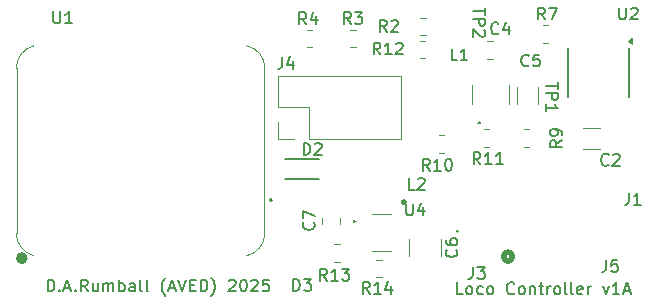
<source format=gbr>
%TF.GenerationSoftware,KiCad,Pcbnew,9.0.5*%
%TF.CreationDate,2025-10-19T11:10:53+01:00*%
%TF.ProjectId,loco-decoder-v1a,6c6f636f-2d64-4656-936f-6465722d7631,rev?*%
%TF.SameCoordinates,Original*%
%TF.FileFunction,Legend,Top*%
%TF.FilePolarity,Positive*%
%FSLAX46Y46*%
G04 Gerber Fmt 4.6, Leading zero omitted, Abs format (unit mm)*
G04 Created by KiCad (PCBNEW 9.0.5) date 2025-10-19 11:10:53*
%MOMM*%
%LPD*%
G01*
G04 APERTURE LIST*
%ADD10C,0.150000*%
%ADD11C,0.250000*%
%ADD12C,0.120000*%
%ADD13C,0.100000*%
%ADD14C,0.504000*%
%ADD15C,0.300000*%
%ADD16C,0.508000*%
%ADD17C,0.152400*%
%ADD18C,0.127000*%
G04 APERTURE END LIST*
D10*
X73971779Y-83129819D02*
X73971779Y-82129819D01*
X73971779Y-82129819D02*
X74209874Y-82129819D01*
X74209874Y-82129819D02*
X74352731Y-82177438D01*
X74352731Y-82177438D02*
X74447969Y-82272676D01*
X74447969Y-82272676D02*
X74495588Y-82367914D01*
X74495588Y-82367914D02*
X74543207Y-82558390D01*
X74543207Y-82558390D02*
X74543207Y-82701247D01*
X74543207Y-82701247D02*
X74495588Y-82891723D01*
X74495588Y-82891723D02*
X74447969Y-82986961D01*
X74447969Y-82986961D02*
X74352731Y-83082200D01*
X74352731Y-83082200D02*
X74209874Y-83129819D01*
X74209874Y-83129819D02*
X73971779Y-83129819D01*
X74971779Y-83034580D02*
X75019398Y-83082200D01*
X75019398Y-83082200D02*
X74971779Y-83129819D01*
X74971779Y-83129819D02*
X74924160Y-83082200D01*
X74924160Y-83082200D02*
X74971779Y-83034580D01*
X74971779Y-83034580D02*
X74971779Y-83129819D01*
X75400350Y-82844104D02*
X75876540Y-82844104D01*
X75305112Y-83129819D02*
X75638445Y-82129819D01*
X75638445Y-82129819D02*
X75971778Y-83129819D01*
X76305112Y-83034580D02*
X76352731Y-83082200D01*
X76352731Y-83082200D02*
X76305112Y-83129819D01*
X76305112Y-83129819D02*
X76257493Y-83082200D01*
X76257493Y-83082200D02*
X76305112Y-83034580D01*
X76305112Y-83034580D02*
X76305112Y-83129819D01*
X77352730Y-83129819D02*
X77019397Y-82653628D01*
X76781302Y-83129819D02*
X76781302Y-82129819D01*
X76781302Y-82129819D02*
X77162254Y-82129819D01*
X77162254Y-82129819D02*
X77257492Y-82177438D01*
X77257492Y-82177438D02*
X77305111Y-82225057D01*
X77305111Y-82225057D02*
X77352730Y-82320295D01*
X77352730Y-82320295D02*
X77352730Y-82463152D01*
X77352730Y-82463152D02*
X77305111Y-82558390D01*
X77305111Y-82558390D02*
X77257492Y-82606009D01*
X77257492Y-82606009D02*
X77162254Y-82653628D01*
X77162254Y-82653628D02*
X76781302Y-82653628D01*
X78209873Y-82463152D02*
X78209873Y-83129819D01*
X77781302Y-82463152D02*
X77781302Y-82986961D01*
X77781302Y-82986961D02*
X77828921Y-83082200D01*
X77828921Y-83082200D02*
X77924159Y-83129819D01*
X77924159Y-83129819D02*
X78067016Y-83129819D01*
X78067016Y-83129819D02*
X78162254Y-83082200D01*
X78162254Y-83082200D02*
X78209873Y-83034580D01*
X78686064Y-83129819D02*
X78686064Y-82463152D01*
X78686064Y-82558390D02*
X78733683Y-82510771D01*
X78733683Y-82510771D02*
X78828921Y-82463152D01*
X78828921Y-82463152D02*
X78971778Y-82463152D01*
X78971778Y-82463152D02*
X79067016Y-82510771D01*
X79067016Y-82510771D02*
X79114635Y-82606009D01*
X79114635Y-82606009D02*
X79114635Y-83129819D01*
X79114635Y-82606009D02*
X79162254Y-82510771D01*
X79162254Y-82510771D02*
X79257492Y-82463152D01*
X79257492Y-82463152D02*
X79400349Y-82463152D01*
X79400349Y-82463152D02*
X79495588Y-82510771D01*
X79495588Y-82510771D02*
X79543207Y-82606009D01*
X79543207Y-82606009D02*
X79543207Y-83129819D01*
X80019397Y-83129819D02*
X80019397Y-82129819D01*
X80019397Y-82510771D02*
X80114635Y-82463152D01*
X80114635Y-82463152D02*
X80305111Y-82463152D01*
X80305111Y-82463152D02*
X80400349Y-82510771D01*
X80400349Y-82510771D02*
X80447968Y-82558390D01*
X80447968Y-82558390D02*
X80495587Y-82653628D01*
X80495587Y-82653628D02*
X80495587Y-82939342D01*
X80495587Y-82939342D02*
X80447968Y-83034580D01*
X80447968Y-83034580D02*
X80400349Y-83082200D01*
X80400349Y-83082200D02*
X80305111Y-83129819D01*
X80305111Y-83129819D02*
X80114635Y-83129819D01*
X80114635Y-83129819D02*
X80019397Y-83082200D01*
X81352730Y-83129819D02*
X81352730Y-82606009D01*
X81352730Y-82606009D02*
X81305111Y-82510771D01*
X81305111Y-82510771D02*
X81209873Y-82463152D01*
X81209873Y-82463152D02*
X81019397Y-82463152D01*
X81019397Y-82463152D02*
X80924159Y-82510771D01*
X81352730Y-83082200D02*
X81257492Y-83129819D01*
X81257492Y-83129819D02*
X81019397Y-83129819D01*
X81019397Y-83129819D02*
X80924159Y-83082200D01*
X80924159Y-83082200D02*
X80876540Y-82986961D01*
X80876540Y-82986961D02*
X80876540Y-82891723D01*
X80876540Y-82891723D02*
X80924159Y-82796485D01*
X80924159Y-82796485D02*
X81019397Y-82748866D01*
X81019397Y-82748866D02*
X81257492Y-82748866D01*
X81257492Y-82748866D02*
X81352730Y-82701247D01*
X81971778Y-83129819D02*
X81876540Y-83082200D01*
X81876540Y-83082200D02*
X81828921Y-82986961D01*
X81828921Y-82986961D02*
X81828921Y-82129819D01*
X82495588Y-83129819D02*
X82400350Y-83082200D01*
X82400350Y-83082200D02*
X82352731Y-82986961D01*
X82352731Y-82986961D02*
X82352731Y-82129819D01*
X83924160Y-83510771D02*
X83876541Y-83463152D01*
X83876541Y-83463152D02*
X83781303Y-83320295D01*
X83781303Y-83320295D02*
X83733684Y-83225057D01*
X83733684Y-83225057D02*
X83686065Y-83082200D01*
X83686065Y-83082200D02*
X83638446Y-82844104D01*
X83638446Y-82844104D02*
X83638446Y-82653628D01*
X83638446Y-82653628D02*
X83686065Y-82415533D01*
X83686065Y-82415533D02*
X83733684Y-82272676D01*
X83733684Y-82272676D02*
X83781303Y-82177438D01*
X83781303Y-82177438D02*
X83876541Y-82034580D01*
X83876541Y-82034580D02*
X83924160Y-81986961D01*
X84257494Y-82844104D02*
X84733684Y-82844104D01*
X84162256Y-83129819D02*
X84495589Y-82129819D01*
X84495589Y-82129819D02*
X84828922Y-83129819D01*
X85019399Y-82129819D02*
X85352732Y-83129819D01*
X85352732Y-83129819D02*
X85686065Y-82129819D01*
X86019399Y-82606009D02*
X86352732Y-82606009D01*
X86495589Y-83129819D02*
X86019399Y-83129819D01*
X86019399Y-83129819D02*
X86019399Y-82129819D01*
X86019399Y-82129819D02*
X86495589Y-82129819D01*
X86924161Y-83129819D02*
X86924161Y-82129819D01*
X86924161Y-82129819D02*
X87162256Y-82129819D01*
X87162256Y-82129819D02*
X87305113Y-82177438D01*
X87305113Y-82177438D02*
X87400351Y-82272676D01*
X87400351Y-82272676D02*
X87447970Y-82367914D01*
X87447970Y-82367914D02*
X87495589Y-82558390D01*
X87495589Y-82558390D02*
X87495589Y-82701247D01*
X87495589Y-82701247D02*
X87447970Y-82891723D01*
X87447970Y-82891723D02*
X87400351Y-82986961D01*
X87400351Y-82986961D02*
X87305113Y-83082200D01*
X87305113Y-83082200D02*
X87162256Y-83129819D01*
X87162256Y-83129819D02*
X86924161Y-83129819D01*
X87828923Y-83510771D02*
X87876542Y-83463152D01*
X87876542Y-83463152D02*
X87971780Y-83320295D01*
X87971780Y-83320295D02*
X88019399Y-83225057D01*
X88019399Y-83225057D02*
X88067018Y-83082200D01*
X88067018Y-83082200D02*
X88114637Y-82844104D01*
X88114637Y-82844104D02*
X88114637Y-82653628D01*
X88114637Y-82653628D02*
X88067018Y-82415533D01*
X88067018Y-82415533D02*
X88019399Y-82272676D01*
X88019399Y-82272676D02*
X87971780Y-82177438D01*
X87971780Y-82177438D02*
X87876542Y-82034580D01*
X87876542Y-82034580D02*
X87828923Y-81986961D01*
X89305114Y-82225057D02*
X89352733Y-82177438D01*
X89352733Y-82177438D02*
X89447971Y-82129819D01*
X89447971Y-82129819D02*
X89686066Y-82129819D01*
X89686066Y-82129819D02*
X89781304Y-82177438D01*
X89781304Y-82177438D02*
X89828923Y-82225057D01*
X89828923Y-82225057D02*
X89876542Y-82320295D01*
X89876542Y-82320295D02*
X89876542Y-82415533D01*
X89876542Y-82415533D02*
X89828923Y-82558390D01*
X89828923Y-82558390D02*
X89257495Y-83129819D01*
X89257495Y-83129819D02*
X89876542Y-83129819D01*
X90495590Y-82129819D02*
X90590828Y-82129819D01*
X90590828Y-82129819D02*
X90686066Y-82177438D01*
X90686066Y-82177438D02*
X90733685Y-82225057D01*
X90733685Y-82225057D02*
X90781304Y-82320295D01*
X90781304Y-82320295D02*
X90828923Y-82510771D01*
X90828923Y-82510771D02*
X90828923Y-82748866D01*
X90828923Y-82748866D02*
X90781304Y-82939342D01*
X90781304Y-82939342D02*
X90733685Y-83034580D01*
X90733685Y-83034580D02*
X90686066Y-83082200D01*
X90686066Y-83082200D02*
X90590828Y-83129819D01*
X90590828Y-83129819D02*
X90495590Y-83129819D01*
X90495590Y-83129819D02*
X90400352Y-83082200D01*
X90400352Y-83082200D02*
X90352733Y-83034580D01*
X90352733Y-83034580D02*
X90305114Y-82939342D01*
X90305114Y-82939342D02*
X90257495Y-82748866D01*
X90257495Y-82748866D02*
X90257495Y-82510771D01*
X90257495Y-82510771D02*
X90305114Y-82320295D01*
X90305114Y-82320295D02*
X90352733Y-82225057D01*
X90352733Y-82225057D02*
X90400352Y-82177438D01*
X90400352Y-82177438D02*
X90495590Y-82129819D01*
X91209876Y-82225057D02*
X91257495Y-82177438D01*
X91257495Y-82177438D02*
X91352733Y-82129819D01*
X91352733Y-82129819D02*
X91590828Y-82129819D01*
X91590828Y-82129819D02*
X91686066Y-82177438D01*
X91686066Y-82177438D02*
X91733685Y-82225057D01*
X91733685Y-82225057D02*
X91781304Y-82320295D01*
X91781304Y-82320295D02*
X91781304Y-82415533D01*
X91781304Y-82415533D02*
X91733685Y-82558390D01*
X91733685Y-82558390D02*
X91162257Y-83129819D01*
X91162257Y-83129819D02*
X91781304Y-83129819D01*
X92686066Y-82129819D02*
X92209876Y-82129819D01*
X92209876Y-82129819D02*
X92162257Y-82606009D01*
X92162257Y-82606009D02*
X92209876Y-82558390D01*
X92209876Y-82558390D02*
X92305114Y-82510771D01*
X92305114Y-82510771D02*
X92543209Y-82510771D01*
X92543209Y-82510771D02*
X92638447Y-82558390D01*
X92638447Y-82558390D02*
X92686066Y-82606009D01*
X92686066Y-82606009D02*
X92733685Y-82701247D01*
X92733685Y-82701247D02*
X92733685Y-82939342D01*
X92733685Y-82939342D02*
X92686066Y-83034580D01*
X92686066Y-83034580D02*
X92638447Y-83082200D01*
X92638447Y-83082200D02*
X92543209Y-83129819D01*
X92543209Y-83129819D02*
X92305114Y-83129819D01*
X92305114Y-83129819D02*
X92209876Y-83082200D01*
X92209876Y-83082200D02*
X92162257Y-83034580D01*
X109127969Y-83379819D02*
X108651779Y-83379819D01*
X108651779Y-83379819D02*
X108651779Y-82379819D01*
X109604160Y-83379819D02*
X109508922Y-83332200D01*
X109508922Y-83332200D02*
X109461303Y-83284580D01*
X109461303Y-83284580D02*
X109413684Y-83189342D01*
X109413684Y-83189342D02*
X109413684Y-82903628D01*
X109413684Y-82903628D02*
X109461303Y-82808390D01*
X109461303Y-82808390D02*
X109508922Y-82760771D01*
X109508922Y-82760771D02*
X109604160Y-82713152D01*
X109604160Y-82713152D02*
X109747017Y-82713152D01*
X109747017Y-82713152D02*
X109842255Y-82760771D01*
X109842255Y-82760771D02*
X109889874Y-82808390D01*
X109889874Y-82808390D02*
X109937493Y-82903628D01*
X109937493Y-82903628D02*
X109937493Y-83189342D01*
X109937493Y-83189342D02*
X109889874Y-83284580D01*
X109889874Y-83284580D02*
X109842255Y-83332200D01*
X109842255Y-83332200D02*
X109747017Y-83379819D01*
X109747017Y-83379819D02*
X109604160Y-83379819D01*
X110794636Y-83332200D02*
X110699398Y-83379819D01*
X110699398Y-83379819D02*
X110508922Y-83379819D01*
X110508922Y-83379819D02*
X110413684Y-83332200D01*
X110413684Y-83332200D02*
X110366065Y-83284580D01*
X110366065Y-83284580D02*
X110318446Y-83189342D01*
X110318446Y-83189342D02*
X110318446Y-82903628D01*
X110318446Y-82903628D02*
X110366065Y-82808390D01*
X110366065Y-82808390D02*
X110413684Y-82760771D01*
X110413684Y-82760771D02*
X110508922Y-82713152D01*
X110508922Y-82713152D02*
X110699398Y-82713152D01*
X110699398Y-82713152D02*
X110794636Y-82760771D01*
X111366065Y-83379819D02*
X111270827Y-83332200D01*
X111270827Y-83332200D02*
X111223208Y-83284580D01*
X111223208Y-83284580D02*
X111175589Y-83189342D01*
X111175589Y-83189342D02*
X111175589Y-82903628D01*
X111175589Y-82903628D02*
X111223208Y-82808390D01*
X111223208Y-82808390D02*
X111270827Y-82760771D01*
X111270827Y-82760771D02*
X111366065Y-82713152D01*
X111366065Y-82713152D02*
X111508922Y-82713152D01*
X111508922Y-82713152D02*
X111604160Y-82760771D01*
X111604160Y-82760771D02*
X111651779Y-82808390D01*
X111651779Y-82808390D02*
X111699398Y-82903628D01*
X111699398Y-82903628D02*
X111699398Y-83189342D01*
X111699398Y-83189342D02*
X111651779Y-83284580D01*
X111651779Y-83284580D02*
X111604160Y-83332200D01*
X111604160Y-83332200D02*
X111508922Y-83379819D01*
X111508922Y-83379819D02*
X111366065Y-83379819D01*
X113461303Y-83284580D02*
X113413684Y-83332200D01*
X113413684Y-83332200D02*
X113270827Y-83379819D01*
X113270827Y-83379819D02*
X113175589Y-83379819D01*
X113175589Y-83379819D02*
X113032732Y-83332200D01*
X113032732Y-83332200D02*
X112937494Y-83236961D01*
X112937494Y-83236961D02*
X112889875Y-83141723D01*
X112889875Y-83141723D02*
X112842256Y-82951247D01*
X112842256Y-82951247D02*
X112842256Y-82808390D01*
X112842256Y-82808390D02*
X112889875Y-82617914D01*
X112889875Y-82617914D02*
X112937494Y-82522676D01*
X112937494Y-82522676D02*
X113032732Y-82427438D01*
X113032732Y-82427438D02*
X113175589Y-82379819D01*
X113175589Y-82379819D02*
X113270827Y-82379819D01*
X113270827Y-82379819D02*
X113413684Y-82427438D01*
X113413684Y-82427438D02*
X113461303Y-82475057D01*
X114032732Y-83379819D02*
X113937494Y-83332200D01*
X113937494Y-83332200D02*
X113889875Y-83284580D01*
X113889875Y-83284580D02*
X113842256Y-83189342D01*
X113842256Y-83189342D02*
X113842256Y-82903628D01*
X113842256Y-82903628D02*
X113889875Y-82808390D01*
X113889875Y-82808390D02*
X113937494Y-82760771D01*
X113937494Y-82760771D02*
X114032732Y-82713152D01*
X114032732Y-82713152D02*
X114175589Y-82713152D01*
X114175589Y-82713152D02*
X114270827Y-82760771D01*
X114270827Y-82760771D02*
X114318446Y-82808390D01*
X114318446Y-82808390D02*
X114366065Y-82903628D01*
X114366065Y-82903628D02*
X114366065Y-83189342D01*
X114366065Y-83189342D02*
X114318446Y-83284580D01*
X114318446Y-83284580D02*
X114270827Y-83332200D01*
X114270827Y-83332200D02*
X114175589Y-83379819D01*
X114175589Y-83379819D02*
X114032732Y-83379819D01*
X114794637Y-82713152D02*
X114794637Y-83379819D01*
X114794637Y-82808390D02*
X114842256Y-82760771D01*
X114842256Y-82760771D02*
X114937494Y-82713152D01*
X114937494Y-82713152D02*
X115080351Y-82713152D01*
X115080351Y-82713152D02*
X115175589Y-82760771D01*
X115175589Y-82760771D02*
X115223208Y-82856009D01*
X115223208Y-82856009D02*
X115223208Y-83379819D01*
X115556542Y-82713152D02*
X115937494Y-82713152D01*
X115699399Y-82379819D02*
X115699399Y-83236961D01*
X115699399Y-83236961D02*
X115747018Y-83332200D01*
X115747018Y-83332200D02*
X115842256Y-83379819D01*
X115842256Y-83379819D02*
X115937494Y-83379819D01*
X116270828Y-83379819D02*
X116270828Y-82713152D01*
X116270828Y-82903628D02*
X116318447Y-82808390D01*
X116318447Y-82808390D02*
X116366066Y-82760771D01*
X116366066Y-82760771D02*
X116461304Y-82713152D01*
X116461304Y-82713152D02*
X116556542Y-82713152D01*
X117032733Y-83379819D02*
X116937495Y-83332200D01*
X116937495Y-83332200D02*
X116889876Y-83284580D01*
X116889876Y-83284580D02*
X116842257Y-83189342D01*
X116842257Y-83189342D02*
X116842257Y-82903628D01*
X116842257Y-82903628D02*
X116889876Y-82808390D01*
X116889876Y-82808390D02*
X116937495Y-82760771D01*
X116937495Y-82760771D02*
X117032733Y-82713152D01*
X117032733Y-82713152D02*
X117175590Y-82713152D01*
X117175590Y-82713152D02*
X117270828Y-82760771D01*
X117270828Y-82760771D02*
X117318447Y-82808390D01*
X117318447Y-82808390D02*
X117366066Y-82903628D01*
X117366066Y-82903628D02*
X117366066Y-83189342D01*
X117366066Y-83189342D02*
X117318447Y-83284580D01*
X117318447Y-83284580D02*
X117270828Y-83332200D01*
X117270828Y-83332200D02*
X117175590Y-83379819D01*
X117175590Y-83379819D02*
X117032733Y-83379819D01*
X117937495Y-83379819D02*
X117842257Y-83332200D01*
X117842257Y-83332200D02*
X117794638Y-83236961D01*
X117794638Y-83236961D02*
X117794638Y-82379819D01*
X118461305Y-83379819D02*
X118366067Y-83332200D01*
X118366067Y-83332200D02*
X118318448Y-83236961D01*
X118318448Y-83236961D02*
X118318448Y-82379819D01*
X119223210Y-83332200D02*
X119127972Y-83379819D01*
X119127972Y-83379819D02*
X118937496Y-83379819D01*
X118937496Y-83379819D02*
X118842258Y-83332200D01*
X118842258Y-83332200D02*
X118794639Y-83236961D01*
X118794639Y-83236961D02*
X118794639Y-82856009D01*
X118794639Y-82856009D02*
X118842258Y-82760771D01*
X118842258Y-82760771D02*
X118937496Y-82713152D01*
X118937496Y-82713152D02*
X119127972Y-82713152D01*
X119127972Y-82713152D02*
X119223210Y-82760771D01*
X119223210Y-82760771D02*
X119270829Y-82856009D01*
X119270829Y-82856009D02*
X119270829Y-82951247D01*
X119270829Y-82951247D02*
X118794639Y-83046485D01*
X119699401Y-83379819D02*
X119699401Y-82713152D01*
X119699401Y-82903628D02*
X119747020Y-82808390D01*
X119747020Y-82808390D02*
X119794639Y-82760771D01*
X119794639Y-82760771D02*
X119889877Y-82713152D01*
X119889877Y-82713152D02*
X119985115Y-82713152D01*
X120985116Y-82713152D02*
X121223211Y-83379819D01*
X121223211Y-83379819D02*
X121461306Y-82713152D01*
X122366068Y-83379819D02*
X121794640Y-83379819D01*
X122080354Y-83379819D02*
X122080354Y-82379819D01*
X122080354Y-82379819D02*
X121985116Y-82522676D01*
X121985116Y-82522676D02*
X121889878Y-82617914D01*
X121889878Y-82617914D02*
X121794640Y-82665533D01*
X122747021Y-83094104D02*
X123223211Y-83094104D01*
X122651783Y-83379819D02*
X122985116Y-82379819D01*
X122985116Y-82379819D02*
X123318449Y-83379819D01*
X101232142Y-83324819D02*
X100898809Y-82848628D01*
X100660714Y-83324819D02*
X100660714Y-82324819D01*
X100660714Y-82324819D02*
X101041666Y-82324819D01*
X101041666Y-82324819D02*
X101136904Y-82372438D01*
X101136904Y-82372438D02*
X101184523Y-82420057D01*
X101184523Y-82420057D02*
X101232142Y-82515295D01*
X101232142Y-82515295D02*
X101232142Y-82658152D01*
X101232142Y-82658152D02*
X101184523Y-82753390D01*
X101184523Y-82753390D02*
X101136904Y-82801009D01*
X101136904Y-82801009D02*
X101041666Y-82848628D01*
X101041666Y-82848628D02*
X100660714Y-82848628D01*
X102184523Y-83324819D02*
X101613095Y-83324819D01*
X101898809Y-83324819D02*
X101898809Y-82324819D01*
X101898809Y-82324819D02*
X101803571Y-82467676D01*
X101803571Y-82467676D02*
X101708333Y-82562914D01*
X101708333Y-82562914D02*
X101613095Y-82610533D01*
X103041666Y-82658152D02*
X103041666Y-83324819D01*
X102803571Y-82277200D02*
X102565476Y-82991485D01*
X102565476Y-82991485D02*
X103184523Y-82991485D01*
X95858333Y-60514819D02*
X95525000Y-60038628D01*
X95286905Y-60514819D02*
X95286905Y-59514819D01*
X95286905Y-59514819D02*
X95667857Y-59514819D01*
X95667857Y-59514819D02*
X95763095Y-59562438D01*
X95763095Y-59562438D02*
X95810714Y-59610057D01*
X95810714Y-59610057D02*
X95858333Y-59705295D01*
X95858333Y-59705295D02*
X95858333Y-59848152D01*
X95858333Y-59848152D02*
X95810714Y-59943390D01*
X95810714Y-59943390D02*
X95763095Y-59991009D01*
X95763095Y-59991009D02*
X95667857Y-60038628D01*
X95667857Y-60038628D02*
X95286905Y-60038628D01*
X96715476Y-59848152D02*
X96715476Y-60514819D01*
X96477381Y-59467200D02*
X96239286Y-60181485D01*
X96239286Y-60181485D02*
X96858333Y-60181485D01*
X116058333Y-60104819D02*
X115725000Y-59628628D01*
X115486905Y-60104819D02*
X115486905Y-59104819D01*
X115486905Y-59104819D02*
X115867857Y-59104819D01*
X115867857Y-59104819D02*
X115963095Y-59152438D01*
X115963095Y-59152438D02*
X116010714Y-59200057D01*
X116010714Y-59200057D02*
X116058333Y-59295295D01*
X116058333Y-59295295D02*
X116058333Y-59438152D01*
X116058333Y-59438152D02*
X116010714Y-59533390D01*
X116010714Y-59533390D02*
X115963095Y-59581009D01*
X115963095Y-59581009D02*
X115867857Y-59628628D01*
X115867857Y-59628628D02*
X115486905Y-59628628D01*
X116391667Y-59104819D02*
X117058333Y-59104819D01*
X117058333Y-59104819D02*
X116629762Y-60104819D01*
X104313095Y-75694819D02*
X104313095Y-76504342D01*
X104313095Y-76504342D02*
X104360714Y-76599580D01*
X104360714Y-76599580D02*
X104408333Y-76647200D01*
X104408333Y-76647200D02*
X104503571Y-76694819D01*
X104503571Y-76694819D02*
X104694047Y-76694819D01*
X104694047Y-76694819D02*
X104789285Y-76647200D01*
X104789285Y-76647200D02*
X104836904Y-76599580D01*
X104836904Y-76599580D02*
X104884523Y-76504342D01*
X104884523Y-76504342D02*
X104884523Y-75694819D01*
X105789285Y-76028152D02*
X105789285Y-76694819D01*
X105551190Y-75647200D02*
X105313095Y-76361485D01*
X105313095Y-76361485D02*
X105932142Y-76361485D01*
X108648333Y-63574819D02*
X108172143Y-63574819D01*
X108172143Y-63574819D02*
X108172143Y-62574819D01*
X109505476Y-63574819D02*
X108934048Y-63574819D01*
X109219762Y-63574819D02*
X109219762Y-62574819D01*
X109219762Y-62574819D02*
X109124524Y-62717676D01*
X109124524Y-62717676D02*
X109029286Y-62812914D01*
X109029286Y-62812914D02*
X108934048Y-62860533D01*
X110612142Y-72364819D02*
X110278809Y-71888628D01*
X110040714Y-72364819D02*
X110040714Y-71364819D01*
X110040714Y-71364819D02*
X110421666Y-71364819D01*
X110421666Y-71364819D02*
X110516904Y-71412438D01*
X110516904Y-71412438D02*
X110564523Y-71460057D01*
X110564523Y-71460057D02*
X110612142Y-71555295D01*
X110612142Y-71555295D02*
X110612142Y-71698152D01*
X110612142Y-71698152D02*
X110564523Y-71793390D01*
X110564523Y-71793390D02*
X110516904Y-71841009D01*
X110516904Y-71841009D02*
X110421666Y-71888628D01*
X110421666Y-71888628D02*
X110040714Y-71888628D01*
X111564523Y-72364819D02*
X110993095Y-72364819D01*
X111278809Y-72364819D02*
X111278809Y-71364819D01*
X111278809Y-71364819D02*
X111183571Y-71507676D01*
X111183571Y-71507676D02*
X111088333Y-71602914D01*
X111088333Y-71602914D02*
X110993095Y-71650533D01*
X112516904Y-72364819D02*
X111945476Y-72364819D01*
X112231190Y-72364819D02*
X112231190Y-71364819D01*
X112231190Y-71364819D02*
X112135952Y-71507676D01*
X112135952Y-71507676D02*
X112040714Y-71602914D01*
X112040714Y-71602914D02*
X111945476Y-71650533D01*
X74461779Y-59419819D02*
X74461779Y-60229342D01*
X74461779Y-60229342D02*
X74509398Y-60324580D01*
X74509398Y-60324580D02*
X74557017Y-60372200D01*
X74557017Y-60372200D02*
X74652255Y-60419819D01*
X74652255Y-60419819D02*
X74842731Y-60419819D01*
X74842731Y-60419819D02*
X74937969Y-60372200D01*
X74937969Y-60372200D02*
X74985588Y-60324580D01*
X74985588Y-60324580D02*
X75033207Y-60229342D01*
X75033207Y-60229342D02*
X75033207Y-59419819D01*
X76033207Y-60419819D02*
X75461779Y-60419819D01*
X75747493Y-60419819D02*
X75747493Y-59419819D01*
X75747493Y-59419819D02*
X75652255Y-59562676D01*
X75652255Y-59562676D02*
X75557017Y-59657914D01*
X75557017Y-59657914D02*
X75461779Y-59705533D01*
X123191666Y-74804819D02*
X123191666Y-75519104D01*
X123191666Y-75519104D02*
X123144047Y-75661961D01*
X123144047Y-75661961D02*
X123048809Y-75757200D01*
X123048809Y-75757200D02*
X122905952Y-75804819D01*
X122905952Y-75804819D02*
X122810714Y-75804819D01*
X124191666Y-75804819D02*
X123620238Y-75804819D01*
X123905952Y-75804819D02*
X123905952Y-74804819D01*
X123905952Y-74804819D02*
X123810714Y-74947676D01*
X123810714Y-74947676D02*
X123715476Y-75042914D01*
X123715476Y-75042914D02*
X123620238Y-75090533D01*
X122363095Y-59104819D02*
X122363095Y-59914342D01*
X122363095Y-59914342D02*
X122410714Y-60009580D01*
X122410714Y-60009580D02*
X122458333Y-60057200D01*
X122458333Y-60057200D02*
X122553571Y-60104819D01*
X122553571Y-60104819D02*
X122744047Y-60104819D01*
X122744047Y-60104819D02*
X122839285Y-60057200D01*
X122839285Y-60057200D02*
X122886904Y-60009580D01*
X122886904Y-60009580D02*
X122934523Y-59914342D01*
X122934523Y-59914342D02*
X122934523Y-59104819D01*
X123363095Y-59200057D02*
X123410714Y-59152438D01*
X123410714Y-59152438D02*
X123505952Y-59104819D01*
X123505952Y-59104819D02*
X123744047Y-59104819D01*
X123744047Y-59104819D02*
X123839285Y-59152438D01*
X123839285Y-59152438D02*
X123886904Y-59200057D01*
X123886904Y-59200057D02*
X123934523Y-59295295D01*
X123934523Y-59295295D02*
X123934523Y-59390533D01*
X123934523Y-59390533D02*
X123886904Y-59533390D01*
X123886904Y-59533390D02*
X123315476Y-60104819D01*
X123315476Y-60104819D02*
X123934523Y-60104819D01*
X102668333Y-61174819D02*
X102335000Y-60698628D01*
X102096905Y-61174819D02*
X102096905Y-60174819D01*
X102096905Y-60174819D02*
X102477857Y-60174819D01*
X102477857Y-60174819D02*
X102573095Y-60222438D01*
X102573095Y-60222438D02*
X102620714Y-60270057D01*
X102620714Y-60270057D02*
X102668333Y-60365295D01*
X102668333Y-60365295D02*
X102668333Y-60508152D01*
X102668333Y-60508152D02*
X102620714Y-60603390D01*
X102620714Y-60603390D02*
X102573095Y-60651009D01*
X102573095Y-60651009D02*
X102477857Y-60698628D01*
X102477857Y-60698628D02*
X102096905Y-60698628D01*
X103049286Y-60270057D02*
X103096905Y-60222438D01*
X103096905Y-60222438D02*
X103192143Y-60174819D01*
X103192143Y-60174819D02*
X103430238Y-60174819D01*
X103430238Y-60174819D02*
X103525476Y-60222438D01*
X103525476Y-60222438D02*
X103573095Y-60270057D01*
X103573095Y-60270057D02*
X103620714Y-60365295D01*
X103620714Y-60365295D02*
X103620714Y-60460533D01*
X103620714Y-60460533D02*
X103573095Y-60603390D01*
X103573095Y-60603390D02*
X103001667Y-61174819D01*
X103001667Y-61174819D02*
X103620714Y-61174819D01*
X108574580Y-79606666D02*
X108622200Y-79654285D01*
X108622200Y-79654285D02*
X108669819Y-79797142D01*
X108669819Y-79797142D02*
X108669819Y-79892380D01*
X108669819Y-79892380D02*
X108622200Y-80035237D01*
X108622200Y-80035237D02*
X108526961Y-80130475D01*
X108526961Y-80130475D02*
X108431723Y-80178094D01*
X108431723Y-80178094D02*
X108241247Y-80225713D01*
X108241247Y-80225713D02*
X108098390Y-80225713D01*
X108098390Y-80225713D02*
X107907914Y-80178094D01*
X107907914Y-80178094D02*
X107812676Y-80130475D01*
X107812676Y-80130475D02*
X107717438Y-80035237D01*
X107717438Y-80035237D02*
X107669819Y-79892380D01*
X107669819Y-79892380D02*
X107669819Y-79797142D01*
X107669819Y-79797142D02*
X107717438Y-79654285D01*
X107717438Y-79654285D02*
X107765057Y-79606666D01*
X107669819Y-78749523D02*
X107669819Y-78939999D01*
X107669819Y-78939999D02*
X107717438Y-79035237D01*
X107717438Y-79035237D02*
X107765057Y-79082856D01*
X107765057Y-79082856D02*
X107907914Y-79178094D01*
X107907914Y-79178094D02*
X108098390Y-79225713D01*
X108098390Y-79225713D02*
X108479342Y-79225713D01*
X108479342Y-79225713D02*
X108574580Y-79178094D01*
X108574580Y-79178094D02*
X108622200Y-79130475D01*
X108622200Y-79130475D02*
X108669819Y-79035237D01*
X108669819Y-79035237D02*
X108669819Y-78844761D01*
X108669819Y-78844761D02*
X108622200Y-78749523D01*
X108622200Y-78749523D02*
X108574580Y-78701904D01*
X108574580Y-78701904D02*
X108479342Y-78654285D01*
X108479342Y-78654285D02*
X108241247Y-78654285D01*
X108241247Y-78654285D02*
X108146009Y-78701904D01*
X108146009Y-78701904D02*
X108098390Y-78749523D01*
X108098390Y-78749523D02*
X108050771Y-78844761D01*
X108050771Y-78844761D02*
X108050771Y-79035237D01*
X108050771Y-79035237D02*
X108098390Y-79130475D01*
X108098390Y-79130475D02*
X108146009Y-79178094D01*
X108146009Y-79178094D02*
X108241247Y-79225713D01*
X94761905Y-83079819D02*
X94761905Y-82079819D01*
X94761905Y-82079819D02*
X95000000Y-82079819D01*
X95000000Y-82079819D02*
X95142857Y-82127438D01*
X95142857Y-82127438D02*
X95238095Y-82222676D01*
X95238095Y-82222676D02*
X95285714Y-82317914D01*
X95285714Y-82317914D02*
X95333333Y-82508390D01*
X95333333Y-82508390D02*
X95333333Y-82651247D01*
X95333333Y-82651247D02*
X95285714Y-82841723D01*
X95285714Y-82841723D02*
X95238095Y-82936961D01*
X95238095Y-82936961D02*
X95142857Y-83032200D01*
X95142857Y-83032200D02*
X95000000Y-83079819D01*
X95000000Y-83079819D02*
X94761905Y-83079819D01*
X95666667Y-82079819D02*
X96285714Y-82079819D01*
X96285714Y-82079819D02*
X95952381Y-82460771D01*
X95952381Y-82460771D02*
X96095238Y-82460771D01*
X96095238Y-82460771D02*
X96190476Y-82508390D01*
X96190476Y-82508390D02*
X96238095Y-82556009D01*
X96238095Y-82556009D02*
X96285714Y-82651247D01*
X96285714Y-82651247D02*
X96285714Y-82889342D01*
X96285714Y-82889342D02*
X96238095Y-82984580D01*
X96238095Y-82984580D02*
X96190476Y-83032200D01*
X96190476Y-83032200D02*
X96095238Y-83079819D01*
X96095238Y-83079819D02*
X95809524Y-83079819D01*
X95809524Y-83079819D02*
X95714286Y-83032200D01*
X95714286Y-83032200D02*
X95666667Y-82984580D01*
D11*
X92880619Y-75377568D02*
X92833000Y-75425187D01*
X92833000Y-75425187D02*
X92785380Y-75377568D01*
X92785380Y-75377568D02*
X92833000Y-75329949D01*
X92833000Y-75329949D02*
X92880619Y-75377568D01*
X92880619Y-75377568D02*
X92785380Y-75377568D01*
D10*
X111010180Y-59148095D02*
X111010180Y-59719523D01*
X110010180Y-59433809D02*
X111010180Y-59433809D01*
X110010180Y-60052857D02*
X111010180Y-60052857D01*
X111010180Y-60052857D02*
X111010180Y-60433809D01*
X111010180Y-60433809D02*
X110962561Y-60529047D01*
X110962561Y-60529047D02*
X110914942Y-60576666D01*
X110914942Y-60576666D02*
X110819704Y-60624285D01*
X110819704Y-60624285D02*
X110676847Y-60624285D01*
X110676847Y-60624285D02*
X110581609Y-60576666D01*
X110581609Y-60576666D02*
X110533990Y-60529047D01*
X110533990Y-60529047D02*
X110486371Y-60433809D01*
X110486371Y-60433809D02*
X110486371Y-60052857D01*
X110914942Y-61005238D02*
X110962561Y-61052857D01*
X110962561Y-61052857D02*
X111010180Y-61148095D01*
X111010180Y-61148095D02*
X111010180Y-61386190D01*
X111010180Y-61386190D02*
X110962561Y-61481428D01*
X110962561Y-61481428D02*
X110914942Y-61529047D01*
X110914942Y-61529047D02*
X110819704Y-61576666D01*
X110819704Y-61576666D02*
X110724466Y-61576666D01*
X110724466Y-61576666D02*
X110581609Y-61529047D01*
X110581609Y-61529047D02*
X110010180Y-60957619D01*
X110010180Y-60957619D02*
X110010180Y-61576666D01*
X106302142Y-72914819D02*
X105968809Y-72438628D01*
X105730714Y-72914819D02*
X105730714Y-71914819D01*
X105730714Y-71914819D02*
X106111666Y-71914819D01*
X106111666Y-71914819D02*
X106206904Y-71962438D01*
X106206904Y-71962438D02*
X106254523Y-72010057D01*
X106254523Y-72010057D02*
X106302142Y-72105295D01*
X106302142Y-72105295D02*
X106302142Y-72248152D01*
X106302142Y-72248152D02*
X106254523Y-72343390D01*
X106254523Y-72343390D02*
X106206904Y-72391009D01*
X106206904Y-72391009D02*
X106111666Y-72438628D01*
X106111666Y-72438628D02*
X105730714Y-72438628D01*
X107254523Y-72914819D02*
X106683095Y-72914819D01*
X106968809Y-72914819D02*
X106968809Y-71914819D01*
X106968809Y-71914819D02*
X106873571Y-72057676D01*
X106873571Y-72057676D02*
X106778333Y-72152914D01*
X106778333Y-72152914D02*
X106683095Y-72200533D01*
X107873571Y-71914819D02*
X107968809Y-71914819D01*
X107968809Y-71914819D02*
X108064047Y-71962438D01*
X108064047Y-71962438D02*
X108111666Y-72010057D01*
X108111666Y-72010057D02*
X108159285Y-72105295D01*
X108159285Y-72105295D02*
X108206904Y-72295771D01*
X108206904Y-72295771D02*
X108206904Y-72533866D01*
X108206904Y-72533866D02*
X108159285Y-72724342D01*
X108159285Y-72724342D02*
X108111666Y-72819580D01*
X108111666Y-72819580D02*
X108064047Y-72867200D01*
X108064047Y-72867200D02*
X107968809Y-72914819D01*
X107968809Y-72914819D02*
X107873571Y-72914819D01*
X107873571Y-72914819D02*
X107778333Y-72867200D01*
X107778333Y-72867200D02*
X107730714Y-72819580D01*
X107730714Y-72819580D02*
X107683095Y-72724342D01*
X107683095Y-72724342D02*
X107635476Y-72533866D01*
X107635476Y-72533866D02*
X107635476Y-72295771D01*
X107635476Y-72295771D02*
X107683095Y-72105295D01*
X107683095Y-72105295D02*
X107730714Y-72010057D01*
X107730714Y-72010057D02*
X107778333Y-71962438D01*
X107778333Y-71962438D02*
X107873571Y-71914819D01*
X114708333Y-63989580D02*
X114660714Y-64037200D01*
X114660714Y-64037200D02*
X114517857Y-64084819D01*
X114517857Y-64084819D02*
X114422619Y-64084819D01*
X114422619Y-64084819D02*
X114279762Y-64037200D01*
X114279762Y-64037200D02*
X114184524Y-63941961D01*
X114184524Y-63941961D02*
X114136905Y-63846723D01*
X114136905Y-63846723D02*
X114089286Y-63656247D01*
X114089286Y-63656247D02*
X114089286Y-63513390D01*
X114089286Y-63513390D02*
X114136905Y-63322914D01*
X114136905Y-63322914D02*
X114184524Y-63227676D01*
X114184524Y-63227676D02*
X114279762Y-63132438D01*
X114279762Y-63132438D02*
X114422619Y-63084819D01*
X114422619Y-63084819D02*
X114517857Y-63084819D01*
X114517857Y-63084819D02*
X114660714Y-63132438D01*
X114660714Y-63132438D02*
X114708333Y-63180057D01*
X115613095Y-63084819D02*
X115136905Y-63084819D01*
X115136905Y-63084819D02*
X115089286Y-63561009D01*
X115089286Y-63561009D02*
X115136905Y-63513390D01*
X115136905Y-63513390D02*
X115232143Y-63465771D01*
X115232143Y-63465771D02*
X115470238Y-63465771D01*
X115470238Y-63465771D02*
X115565476Y-63513390D01*
X115565476Y-63513390D02*
X115613095Y-63561009D01*
X115613095Y-63561009D02*
X115660714Y-63656247D01*
X115660714Y-63656247D02*
X115660714Y-63894342D01*
X115660714Y-63894342D02*
X115613095Y-63989580D01*
X115613095Y-63989580D02*
X115565476Y-64037200D01*
X115565476Y-64037200D02*
X115470238Y-64084819D01*
X115470238Y-64084819D02*
X115232143Y-64084819D01*
X115232143Y-64084819D02*
X115136905Y-64037200D01*
X115136905Y-64037200D02*
X115089286Y-63989580D01*
X117519819Y-70336666D02*
X117043628Y-70669999D01*
X117519819Y-70908094D02*
X116519819Y-70908094D01*
X116519819Y-70908094D02*
X116519819Y-70527142D01*
X116519819Y-70527142D02*
X116567438Y-70431904D01*
X116567438Y-70431904D02*
X116615057Y-70384285D01*
X116615057Y-70384285D02*
X116710295Y-70336666D01*
X116710295Y-70336666D02*
X116853152Y-70336666D01*
X116853152Y-70336666D02*
X116948390Y-70384285D01*
X116948390Y-70384285D02*
X116996009Y-70431904D01*
X116996009Y-70431904D02*
X117043628Y-70527142D01*
X117043628Y-70527142D02*
X117043628Y-70908094D01*
X117519819Y-69860475D02*
X117519819Y-69669999D01*
X117519819Y-69669999D02*
X117472200Y-69574761D01*
X117472200Y-69574761D02*
X117424580Y-69527142D01*
X117424580Y-69527142D02*
X117281723Y-69431904D01*
X117281723Y-69431904D02*
X117091247Y-69384285D01*
X117091247Y-69384285D02*
X116710295Y-69384285D01*
X116710295Y-69384285D02*
X116615057Y-69431904D01*
X116615057Y-69431904D02*
X116567438Y-69479523D01*
X116567438Y-69479523D02*
X116519819Y-69574761D01*
X116519819Y-69574761D02*
X116519819Y-69765237D01*
X116519819Y-69765237D02*
X116567438Y-69860475D01*
X116567438Y-69860475D02*
X116615057Y-69908094D01*
X116615057Y-69908094D02*
X116710295Y-69955713D01*
X116710295Y-69955713D02*
X116948390Y-69955713D01*
X116948390Y-69955713D02*
X117043628Y-69908094D01*
X117043628Y-69908094D02*
X117091247Y-69860475D01*
X117091247Y-69860475D02*
X117138866Y-69765237D01*
X117138866Y-69765237D02*
X117138866Y-69574761D01*
X117138866Y-69574761D02*
X117091247Y-69479523D01*
X117091247Y-69479523D02*
X117043628Y-69431904D01*
X117043628Y-69431904D02*
X116948390Y-69384285D01*
X102132142Y-63074819D02*
X101798809Y-62598628D01*
X101560714Y-63074819D02*
X101560714Y-62074819D01*
X101560714Y-62074819D02*
X101941666Y-62074819D01*
X101941666Y-62074819D02*
X102036904Y-62122438D01*
X102036904Y-62122438D02*
X102084523Y-62170057D01*
X102084523Y-62170057D02*
X102132142Y-62265295D01*
X102132142Y-62265295D02*
X102132142Y-62408152D01*
X102132142Y-62408152D02*
X102084523Y-62503390D01*
X102084523Y-62503390D02*
X102036904Y-62551009D01*
X102036904Y-62551009D02*
X101941666Y-62598628D01*
X101941666Y-62598628D02*
X101560714Y-62598628D01*
X103084523Y-63074819D02*
X102513095Y-63074819D01*
X102798809Y-63074819D02*
X102798809Y-62074819D01*
X102798809Y-62074819D02*
X102703571Y-62217676D01*
X102703571Y-62217676D02*
X102608333Y-62312914D01*
X102608333Y-62312914D02*
X102513095Y-62360533D01*
X103465476Y-62170057D02*
X103513095Y-62122438D01*
X103513095Y-62122438D02*
X103608333Y-62074819D01*
X103608333Y-62074819D02*
X103846428Y-62074819D01*
X103846428Y-62074819D02*
X103941666Y-62122438D01*
X103941666Y-62122438D02*
X103989285Y-62170057D01*
X103989285Y-62170057D02*
X104036904Y-62265295D01*
X104036904Y-62265295D02*
X104036904Y-62360533D01*
X104036904Y-62360533D02*
X103989285Y-62503390D01*
X103989285Y-62503390D02*
X103417857Y-63074819D01*
X103417857Y-63074819D02*
X104036904Y-63074819D01*
X112138333Y-61269580D02*
X112090714Y-61317200D01*
X112090714Y-61317200D02*
X111947857Y-61364819D01*
X111947857Y-61364819D02*
X111852619Y-61364819D01*
X111852619Y-61364819D02*
X111709762Y-61317200D01*
X111709762Y-61317200D02*
X111614524Y-61221961D01*
X111614524Y-61221961D02*
X111566905Y-61126723D01*
X111566905Y-61126723D02*
X111519286Y-60936247D01*
X111519286Y-60936247D02*
X111519286Y-60793390D01*
X111519286Y-60793390D02*
X111566905Y-60602914D01*
X111566905Y-60602914D02*
X111614524Y-60507676D01*
X111614524Y-60507676D02*
X111709762Y-60412438D01*
X111709762Y-60412438D02*
X111852619Y-60364819D01*
X111852619Y-60364819D02*
X111947857Y-60364819D01*
X111947857Y-60364819D02*
X112090714Y-60412438D01*
X112090714Y-60412438D02*
X112138333Y-60460057D01*
X112995476Y-60698152D02*
X112995476Y-61364819D01*
X112757381Y-60317200D02*
X112519286Y-61031485D01*
X112519286Y-61031485D02*
X113138333Y-61031485D01*
X97607142Y-82214819D02*
X97273809Y-81738628D01*
X97035714Y-82214819D02*
X97035714Y-81214819D01*
X97035714Y-81214819D02*
X97416666Y-81214819D01*
X97416666Y-81214819D02*
X97511904Y-81262438D01*
X97511904Y-81262438D02*
X97559523Y-81310057D01*
X97559523Y-81310057D02*
X97607142Y-81405295D01*
X97607142Y-81405295D02*
X97607142Y-81548152D01*
X97607142Y-81548152D02*
X97559523Y-81643390D01*
X97559523Y-81643390D02*
X97511904Y-81691009D01*
X97511904Y-81691009D02*
X97416666Y-81738628D01*
X97416666Y-81738628D02*
X97035714Y-81738628D01*
X98559523Y-82214819D02*
X97988095Y-82214819D01*
X98273809Y-82214819D02*
X98273809Y-81214819D01*
X98273809Y-81214819D02*
X98178571Y-81357676D01*
X98178571Y-81357676D02*
X98083333Y-81452914D01*
X98083333Y-81452914D02*
X97988095Y-81500533D01*
X98892857Y-81214819D02*
X99511904Y-81214819D01*
X99511904Y-81214819D02*
X99178571Y-81595771D01*
X99178571Y-81595771D02*
X99321428Y-81595771D01*
X99321428Y-81595771D02*
X99416666Y-81643390D01*
X99416666Y-81643390D02*
X99464285Y-81691009D01*
X99464285Y-81691009D02*
X99511904Y-81786247D01*
X99511904Y-81786247D02*
X99511904Y-82024342D01*
X99511904Y-82024342D02*
X99464285Y-82119580D01*
X99464285Y-82119580D02*
X99416666Y-82167200D01*
X99416666Y-82167200D02*
X99321428Y-82214819D01*
X99321428Y-82214819D02*
X99035714Y-82214819D01*
X99035714Y-82214819D02*
X98940476Y-82167200D01*
X98940476Y-82167200D02*
X98892857Y-82119580D01*
X99638333Y-60494819D02*
X99305000Y-60018628D01*
X99066905Y-60494819D02*
X99066905Y-59494819D01*
X99066905Y-59494819D02*
X99447857Y-59494819D01*
X99447857Y-59494819D02*
X99543095Y-59542438D01*
X99543095Y-59542438D02*
X99590714Y-59590057D01*
X99590714Y-59590057D02*
X99638333Y-59685295D01*
X99638333Y-59685295D02*
X99638333Y-59828152D01*
X99638333Y-59828152D02*
X99590714Y-59923390D01*
X99590714Y-59923390D02*
X99543095Y-59971009D01*
X99543095Y-59971009D02*
X99447857Y-60018628D01*
X99447857Y-60018628D02*
X99066905Y-60018628D01*
X99971667Y-59494819D02*
X100590714Y-59494819D01*
X100590714Y-59494819D02*
X100257381Y-59875771D01*
X100257381Y-59875771D02*
X100400238Y-59875771D01*
X100400238Y-59875771D02*
X100495476Y-59923390D01*
X100495476Y-59923390D02*
X100543095Y-59971009D01*
X100543095Y-59971009D02*
X100590714Y-60066247D01*
X100590714Y-60066247D02*
X100590714Y-60304342D01*
X100590714Y-60304342D02*
X100543095Y-60399580D01*
X100543095Y-60399580D02*
X100495476Y-60447200D01*
X100495476Y-60447200D02*
X100400238Y-60494819D01*
X100400238Y-60494819D02*
X100114524Y-60494819D01*
X100114524Y-60494819D02*
X100019286Y-60447200D01*
X100019286Y-60447200D02*
X99971667Y-60399580D01*
X93821666Y-63264819D02*
X93821666Y-63979104D01*
X93821666Y-63979104D02*
X93774047Y-64121961D01*
X93774047Y-64121961D02*
X93678809Y-64217200D01*
X93678809Y-64217200D02*
X93535952Y-64264819D01*
X93535952Y-64264819D02*
X93440714Y-64264819D01*
X94726428Y-63598152D02*
X94726428Y-64264819D01*
X94488333Y-63217200D02*
X94250238Y-63931485D01*
X94250238Y-63931485D02*
X94869285Y-63931485D01*
X105033333Y-74529819D02*
X104557143Y-74529819D01*
X104557143Y-74529819D02*
X104557143Y-73529819D01*
X105319048Y-73625057D02*
X105366667Y-73577438D01*
X105366667Y-73577438D02*
X105461905Y-73529819D01*
X105461905Y-73529819D02*
X105700000Y-73529819D01*
X105700000Y-73529819D02*
X105795238Y-73577438D01*
X105795238Y-73577438D02*
X105842857Y-73625057D01*
X105842857Y-73625057D02*
X105890476Y-73720295D01*
X105890476Y-73720295D02*
X105890476Y-73815533D01*
X105890476Y-73815533D02*
X105842857Y-73958390D01*
X105842857Y-73958390D02*
X105271429Y-74529819D01*
X105271429Y-74529819D02*
X105890476Y-74529819D01*
X121458333Y-72389580D02*
X121410714Y-72437200D01*
X121410714Y-72437200D02*
X121267857Y-72484819D01*
X121267857Y-72484819D02*
X121172619Y-72484819D01*
X121172619Y-72484819D02*
X121029762Y-72437200D01*
X121029762Y-72437200D02*
X120934524Y-72341961D01*
X120934524Y-72341961D02*
X120886905Y-72246723D01*
X120886905Y-72246723D02*
X120839286Y-72056247D01*
X120839286Y-72056247D02*
X120839286Y-71913390D01*
X120839286Y-71913390D02*
X120886905Y-71722914D01*
X120886905Y-71722914D02*
X120934524Y-71627676D01*
X120934524Y-71627676D02*
X121029762Y-71532438D01*
X121029762Y-71532438D02*
X121172619Y-71484819D01*
X121172619Y-71484819D02*
X121267857Y-71484819D01*
X121267857Y-71484819D02*
X121410714Y-71532438D01*
X121410714Y-71532438D02*
X121458333Y-71580057D01*
X121839286Y-71580057D02*
X121886905Y-71532438D01*
X121886905Y-71532438D02*
X121982143Y-71484819D01*
X121982143Y-71484819D02*
X122220238Y-71484819D01*
X122220238Y-71484819D02*
X122315476Y-71532438D01*
X122315476Y-71532438D02*
X122363095Y-71580057D01*
X122363095Y-71580057D02*
X122410714Y-71675295D01*
X122410714Y-71675295D02*
X122410714Y-71770533D01*
X122410714Y-71770533D02*
X122363095Y-71913390D01*
X122363095Y-71913390D02*
X121791667Y-72484819D01*
X121791667Y-72484819D02*
X122410714Y-72484819D01*
X121257165Y-80469819D02*
X121257165Y-81184104D01*
X121257165Y-81184104D02*
X121209546Y-81326961D01*
X121209546Y-81326961D02*
X121114308Y-81422200D01*
X121114308Y-81422200D02*
X120971451Y-81469819D01*
X120971451Y-81469819D02*
X120876213Y-81469819D01*
X122209546Y-80469819D02*
X121733356Y-80469819D01*
X121733356Y-80469819D02*
X121685737Y-80946009D01*
X121685737Y-80946009D02*
X121733356Y-80898390D01*
X121733356Y-80898390D02*
X121828594Y-80850771D01*
X121828594Y-80850771D02*
X122066689Y-80850771D01*
X122066689Y-80850771D02*
X122161927Y-80898390D01*
X122161927Y-80898390D02*
X122209546Y-80946009D01*
X122209546Y-80946009D02*
X122257165Y-81041247D01*
X122257165Y-81041247D02*
X122257165Y-81279342D01*
X122257165Y-81279342D02*
X122209546Y-81374580D01*
X122209546Y-81374580D02*
X122161927Y-81422200D01*
X122161927Y-81422200D02*
X122066689Y-81469819D01*
X122066689Y-81469819D02*
X121828594Y-81469819D01*
X121828594Y-81469819D02*
X121733356Y-81422200D01*
X121733356Y-81422200D02*
X121685737Y-81374580D01*
X117170180Y-65438095D02*
X117170180Y-66009523D01*
X116170180Y-65723809D02*
X117170180Y-65723809D01*
X116170180Y-66342857D02*
X117170180Y-66342857D01*
X117170180Y-66342857D02*
X117170180Y-66723809D01*
X117170180Y-66723809D02*
X117122561Y-66819047D01*
X117122561Y-66819047D02*
X117074942Y-66866666D01*
X117074942Y-66866666D02*
X116979704Y-66914285D01*
X116979704Y-66914285D02*
X116836847Y-66914285D01*
X116836847Y-66914285D02*
X116741609Y-66866666D01*
X116741609Y-66866666D02*
X116693990Y-66819047D01*
X116693990Y-66819047D02*
X116646371Y-66723809D01*
X116646371Y-66723809D02*
X116646371Y-66342857D01*
X116170180Y-67866666D02*
X116170180Y-67295238D01*
X116170180Y-67580952D02*
X117170180Y-67580952D01*
X117170180Y-67580952D02*
X117027323Y-67485714D01*
X117027323Y-67485714D02*
X116932085Y-67390476D01*
X116932085Y-67390476D02*
X116884466Y-67295238D01*
X95636905Y-71579819D02*
X95636905Y-70579819D01*
X95636905Y-70579819D02*
X95875000Y-70579819D01*
X95875000Y-70579819D02*
X96017857Y-70627438D01*
X96017857Y-70627438D02*
X96113095Y-70722676D01*
X96113095Y-70722676D02*
X96160714Y-70817914D01*
X96160714Y-70817914D02*
X96208333Y-71008390D01*
X96208333Y-71008390D02*
X96208333Y-71151247D01*
X96208333Y-71151247D02*
X96160714Y-71341723D01*
X96160714Y-71341723D02*
X96113095Y-71436961D01*
X96113095Y-71436961D02*
X96017857Y-71532200D01*
X96017857Y-71532200D02*
X95875000Y-71579819D01*
X95875000Y-71579819D02*
X95636905Y-71579819D01*
X96589286Y-70675057D02*
X96636905Y-70627438D01*
X96636905Y-70627438D02*
X96732143Y-70579819D01*
X96732143Y-70579819D02*
X96970238Y-70579819D01*
X96970238Y-70579819D02*
X97065476Y-70627438D01*
X97065476Y-70627438D02*
X97113095Y-70675057D01*
X97113095Y-70675057D02*
X97160714Y-70770295D01*
X97160714Y-70770295D02*
X97160714Y-70865533D01*
X97160714Y-70865533D02*
X97113095Y-71008390D01*
X97113095Y-71008390D02*
X96541667Y-71579819D01*
X96541667Y-71579819D02*
X97160714Y-71579819D01*
X109981204Y-81064075D02*
X109981204Y-81779350D01*
X109981204Y-81779350D02*
X109933519Y-81922405D01*
X109933519Y-81922405D02*
X109838149Y-82017776D01*
X109838149Y-82017776D02*
X109695094Y-82065461D01*
X109695094Y-82065461D02*
X109599724Y-82065461D01*
X110362685Y-81064075D02*
X110982590Y-81064075D01*
X110982590Y-81064075D02*
X110648795Y-81445555D01*
X110648795Y-81445555D02*
X110791850Y-81445555D01*
X110791850Y-81445555D02*
X110887220Y-81493240D01*
X110887220Y-81493240D02*
X110934905Y-81540925D01*
X110934905Y-81540925D02*
X110982590Y-81636295D01*
X110982590Y-81636295D02*
X110982590Y-81874720D01*
X110982590Y-81874720D02*
X110934905Y-81970090D01*
X110934905Y-81970090D02*
X110887220Y-82017776D01*
X110887220Y-82017776D02*
X110791850Y-82065461D01*
X110791850Y-82065461D02*
X110505740Y-82065461D01*
X110505740Y-82065461D02*
X110410370Y-82017776D01*
X110410370Y-82017776D02*
X110362685Y-81970090D01*
X96484580Y-77291666D02*
X96532200Y-77339285D01*
X96532200Y-77339285D02*
X96579819Y-77482142D01*
X96579819Y-77482142D02*
X96579819Y-77577380D01*
X96579819Y-77577380D02*
X96532200Y-77720237D01*
X96532200Y-77720237D02*
X96436961Y-77815475D01*
X96436961Y-77815475D02*
X96341723Y-77863094D01*
X96341723Y-77863094D02*
X96151247Y-77910713D01*
X96151247Y-77910713D02*
X96008390Y-77910713D01*
X96008390Y-77910713D02*
X95817914Y-77863094D01*
X95817914Y-77863094D02*
X95722676Y-77815475D01*
X95722676Y-77815475D02*
X95627438Y-77720237D01*
X95627438Y-77720237D02*
X95579819Y-77577380D01*
X95579819Y-77577380D02*
X95579819Y-77482142D01*
X95579819Y-77482142D02*
X95627438Y-77339285D01*
X95627438Y-77339285D02*
X95675057Y-77291666D01*
X95579819Y-76958332D02*
X95579819Y-76291666D01*
X95579819Y-76291666D02*
X96579819Y-76720237D01*
D12*
%TO.C,R14*%
X101785436Y-80455000D02*
X102239564Y-80455000D01*
X101785436Y-81925000D02*
X102239564Y-81925000D01*
%TO.C,R4*%
X95897936Y-60995000D02*
X96352064Y-60995000D01*
X95897936Y-62465000D02*
X96352064Y-62465000D01*
%TO.C,R7*%
X116352064Y-60615000D02*
X115897936Y-60615000D01*
X116352064Y-62085000D02*
X115897936Y-62085000D01*
%TO.C,U4*%
X102255000Y-76590000D02*
X101455000Y-76590000D01*
X102255000Y-76590000D02*
X103055000Y-76590000D01*
X102255000Y-79710000D02*
X101455000Y-79710000D01*
X102255000Y-79710000D02*
X103055000Y-79710000D01*
X100055000Y-77150000D02*
X99855000Y-77250000D01*
X99855000Y-77050000D01*
X100055000Y-77150000D01*
G36*
X100055000Y-77150000D02*
G01*
X99855000Y-77250000D01*
X99855000Y-77050000D01*
X100055000Y-77150000D01*
G37*
%TO.C,R11*%
X111352064Y-69415000D02*
X110897936Y-69415000D01*
X111352064Y-70885000D02*
X110897936Y-70885000D01*
D13*
%TO.C,U1*%
X71366300Y-64239000D02*
X71366300Y-78209000D01*
X92321300Y-78209000D02*
X92321300Y-64239000D01*
X71314720Y-64239000D02*
G75*
G02*
X72825000Y-62334001I1956580J0D01*
G01*
X72825000Y-80114000D02*
G75*
G02*
X71311627Y-78209000I442300J1905001D01*
G01*
X90825000Y-62334000D02*
G75*
G02*
X92364648Y-64239000I-408700J-1905000D01*
G01*
X92364648Y-78209000D02*
G75*
G02*
X90825000Y-80114000I-1948350J1D01*
G01*
D14*
X72034300Y-80324000D02*
G75*
G02*
X71530300Y-80324000I-252000J0D01*
G01*
X71530300Y-80324000D02*
G75*
G02*
X72034300Y-80324000I252000J0D01*
G01*
D10*
%TO.C,U2*%
X118055000Y-62505000D02*
X118055000Y-66655000D01*
X123205000Y-62505000D02*
X123205000Y-66655000D01*
D12*
X123435000Y-62145000D02*
X123105000Y-61905000D01*
X123435000Y-61665000D01*
X123435000Y-62145000D01*
G36*
X123435000Y-62145000D02*
G01*
X123105000Y-61905000D01*
X123435000Y-61665000D01*
X123435000Y-62145000D01*
G37*
%TO.C,R2*%
X105537936Y-59965000D02*
X105992064Y-59965000D01*
X105537936Y-61435000D02*
X105992064Y-61435000D01*
%TO.C,C6*%
X104555000Y-78728748D02*
X104555000Y-80151252D01*
X107275000Y-78728748D02*
X107275000Y-80151252D01*
%TO.C,R10*%
X107097936Y-69915000D02*
X107552064Y-69915000D01*
X107097936Y-71385000D02*
X107552064Y-71385000D01*
%TO.C,C5*%
X113670000Y-65853748D02*
X113670000Y-67276252D01*
X115490000Y-65853748D02*
X115490000Y-67276252D01*
%TO.C,R9*%
X114752064Y-69415000D02*
X114297936Y-69415000D01*
X114752064Y-70885000D02*
X114297936Y-70885000D01*
%TO.C,R12*%
X105497936Y-61915000D02*
X105952064Y-61915000D01*
X105497936Y-63385000D02*
X105952064Y-63385000D01*
%TO.C,C4*%
X111178748Y-61960000D02*
X111701252Y-61960000D01*
X111178748Y-63430000D02*
X111701252Y-63430000D01*
%TO.C,R13*%
X98255436Y-79135000D02*
X98709564Y-79135000D01*
X98255436Y-80605000D02*
X98709564Y-80605000D01*
%TO.C,U3*%
X109890000Y-66497500D02*
X109890000Y-65697500D01*
X109890000Y-66497500D02*
X109890000Y-67297500D01*
X113010000Y-66497500D02*
X113010000Y-65697500D01*
X113010000Y-66497500D02*
X113010000Y-67297500D01*
X110550000Y-68897500D02*
X110350000Y-68897500D01*
X110450000Y-68697500D01*
X110550000Y-68897500D01*
G36*
X110550000Y-68897500D02*
G01*
X110350000Y-68897500D01*
X110450000Y-68697500D01*
X110550000Y-68897500D01*
G37*
%TO.C,R3*%
X99587936Y-60995000D02*
X100042064Y-60995000D01*
X99587936Y-62465000D02*
X100042064Y-62465000D01*
%TO.C,J4*%
X93485000Y-64895000D02*
X103865000Y-64895000D01*
X93485000Y-67545000D02*
X93485000Y-64895000D01*
X93485000Y-70195000D02*
X93485000Y-68815000D01*
X94865000Y-70195000D02*
X93485000Y-70195000D01*
X96135000Y-67545000D02*
X93485000Y-67545000D01*
X96135000Y-70195000D02*
X96135000Y-67545000D01*
X96135000Y-70195000D02*
X103865000Y-70195000D01*
X103865000Y-70195000D02*
X103865000Y-64895000D01*
D15*
%TO.C,L2*%
X104215000Y-75560000D02*
G75*
G02*
X104015000Y-75560000I-100000J0D01*
G01*
X104015000Y-75560000D02*
G75*
G02*
X104215000Y-75560000I100000J0D01*
G01*
D12*
%TO.C,C2*%
X119283748Y-69290000D02*
X120706252Y-69290000D01*
X119283748Y-71110000D02*
X120706252Y-71110000D01*
D16*
%TO.C,J5*%
X113326000Y-80190000D02*
G75*
G02*
X112564000Y-80190000I-381000J0D01*
G01*
X112564000Y-80190000D02*
G75*
G02*
X113326000Y-80190000I381000J0D01*
G01*
D17*
%TO.C,D2*%
X94026800Y-73575500D02*
X96973200Y-73575500D01*
X96973200Y-71924500D02*
X94026800Y-71924500D01*
%TO.C,J3*%
D18*
X108713500Y-78050000D02*
G75*
G02*
X108586500Y-78050000I-63500J0D01*
G01*
X108586500Y-78050000D02*
G75*
G02*
X108713500Y-78050000I63500J0D01*
G01*
D12*
%TO.C,C7*%
X97227500Y-76918748D02*
X97227500Y-77441252D01*
X98697500Y-76918748D02*
X98697500Y-77441252D01*
%TD*%
M02*

</source>
